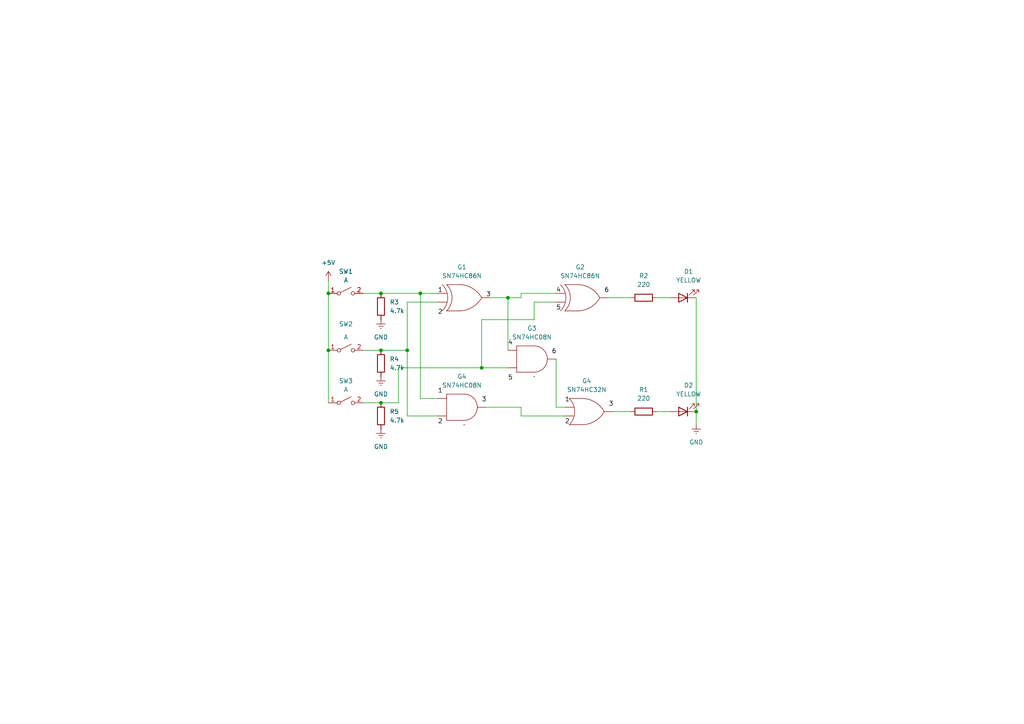
<source format=kicad_sch>
(kicad_sch (version 20231120) (generator "eeschema") (generator_version "8.0")
  (paper "A4")
  (lib_symbols
    (symbol "AND_gate_1"
      (property "Reference" "G" (at 0.508 -2.54 0))
      (property "Value" "SN74HC08N" (at 1.016 5.842 0))
      (symbol "AND_gate_1_0_1"
        (polyline (pts (xy -3.81 3.81) (xy 1.27 3.81)))
        (polyline (pts (xy -3.81 3.81) (xy -3.81 -3.81) (xy 1.27 -3.81)))
        (circle (center 1.27 -5.08) (radius 0.0001))
        (arc (start 1.27 -3.81) (mid 5.08 0) (end 1.27 3.81))
      )
      (symbol "AND_gate_1_1_1"
        (pin input line (at -6.35 -2.54 0) (length 2.54) (name "") (number ""))
        (pin input line (at -6.35 2.54 0) (length 2.54) (name "") (number ""))
        (pin output line (at 7.62 0 180) (length 2.54) (name "") (number ""))
      )
    )
    (symbol "Device:LED" (pin_numbers hide) (pin_names (offset 1.016) hide)
      (property "Reference" "D" (at 0 2.54 0))
      (property "Value" "LED" (at 0 -2.54 0))
      (symbol "LED_0_1"
        (polyline (pts (xy -1.27 -1.27) (xy -1.27 1.27)) (stroke (width 0.254)))
        (polyline (pts (xy -1.27 0) (xy 1.27 0)))
        (polyline (pts (xy 1.27 -1.27) (xy 1.27 1.27) (xy -1.27 0) (xy 1.27 -1.27)) (stroke (width 0.254)))
        (polyline (pts (xy -3.048 -0.762) (xy -4.572 -2.286) (xy -3.81 -2.286) (xy -4.572 -2.286) (xy -4.572 -1.524)))
        (polyline (pts (xy -1.778 -0.762) (xy -3.302 -2.286) (xy -2.54 -2.286) (xy -3.302 -2.286) (xy -3.302 -1.524)))
      )
      (symbol "LED_1_1"
        (pin passive line (at -3.81 0 0) (length 2.54) (name "K") (number "1"))
        (pin passive line (at 3.81 0 180) (length 2.54) (name "A") (number "2"))
      )
    )
    (symbol "Device:R" (pin_numbers hide) (pin_names (offset 0))
      (property "Reference" "R" (at 2.032 0 90))
      (property "Value" "R" (at 0 0 90))
      (symbol "R_0_1"
        (rectangle (start -1.016 -2.54) (end 1.016 2.54) (stroke (width 0.254)))
      )
      (symbol "R_1_1"
        (pin passive line (at 0 3.81 270) (length 1.27) (name "~") (number "1"))
        (pin passive line (at 0 -3.81 90) (length 1.27) (name "~") (number "2"))
      )
    )
    (symbol "OR_gate_1"
      (property "Reference" "G" (at 0.254 -2.54 0))
      (property "Value" "SN74HC32N" (at 0.508 5.842 0))
      (symbol "OR_gate_1_0_1"
        (arc (start -3.81 -3.81) (mid -2.2318 0) (end -3.81 3.81))
        (arc (start 0 -3.81) (mid 3.677 -2.7417) (end 6.35 0))
        (polyline (pts (xy -3.81 -3.81) (xy 0 -3.81)))
        (polyline (pts (xy -3.81 3.81) (xy 0 3.81)))
        (arc (start 6.35 0) (mid 3.6771 2.7418) (end 0 3.81))
      )
      (symbol "OR_gate_1_1_1"
        (pin input line (at -5.08 -1.27 0) (length 2.54) (name "") (number ""))
        (pin input line (at -5.08 1.27 0) (length 2.54) (name "") (number ""))
        (pin output line (at 8.89 0 180) (length 2.54) (name "") (number ""))
      )
    )
    (symbol "Switch:SW_SPST" (pin_names (offset 0) hide)
      (property "Reference" "SW" (at 0 3.175 0))
      (property "Value" "SW_SPST" (at 0 -2.54 0))
      (symbol "SW_SPST_0_0"
        (circle (center -2.032 0) (radius 0.508))
        (polyline (pts (xy -1.524 0.254) (xy 1.524 1.778)))
        (circle (center 2.032 0) (radius 0.508))
      )
      (symbol "SW_SPST_1_1"
        (pin passive line (at -5.08 0 0) (length 2.54) (name "A") (number "1"))
        (pin passive line (at 5.08 0 180) (length 2.54) (name "B") (number "2"))
      )
    )
    (symbol "XOR_gate_1"
      (property "Reference" "G" (at 0 -2.54 0))
      (property "Value" "SN74HC86N" (at 0.762 6.858 0))
      (symbol "XOR_gate_1_0_1"
        (arc (start -5.0802 -3.81) (mid -3.502 0) (end -5.0802 3.81))
        (arc (start -3.81 -3.81) (mid -2.2318 0) (end -3.81 3.81))
        (arc (start 0 -3.81) (mid 3.677 -2.7417) (end 6.35 0))
        (polyline (pts (xy -3.81 -3.81) (xy 0 -3.81)))
        (polyline (pts (xy -3.81 3.81) (xy 0 3.81)))
        (arc (start 6.35 0) (mid 3.6771 2.7418) (end 0 3.81))
      )
      (symbol "XOR_gate_1_1_1"
        (pin input line (at -6.35 -1.27 0) (length 2.54) (name "") (number ""))
        (pin input line (at -6.35 1.27 0) (length 2.54) (name "") (number ""))
        (pin output line (at 8.89 0 180) (length 2.54) (name "") (number ""))
      )
    )
    (symbol "power:+5V" (power) (pin_numbers hide) (pin_names (offset 0) hide)
      (property "Value" "+5V" (at 0 3.556 0))
      (symbol "+5V_0_1"
        (polyline (pts (xy -0.762 1.27) (xy 0 2.54)))
        (polyline (pts (xy 0 0) (xy 0 2.54)))
        (polyline (pts (xy 0 2.54) (xy 0.762 1.27)))
      )
      (symbol "+5V_1_1"
        (pin power_in line (at 0 0 90) (length 0) (name "~") (number "1"))
      )
    )
    (symbol "power:Earth" (power) (pin_numbers hide) (pin_names (offset 0) hide)
      (property "Value" "Earth" (at 0 -3.81 0))
      (symbol "Earth_0_1"
        (polyline (pts (xy -0.635 -1.905) (xy 0.635 -1.905)))
        (polyline (pts (xy -0.127 -2.54) (xy 0.127 -2.54)))
        (polyline (pts (xy 0 -1.27) (xy 0 0)))
        (polyline (pts (xy 1.27 -1.27) (xy -1.27 -1.27)))
      )
      (symbol "Earth_1_1"
        (pin power_in line (at 0 0 270) (length 0) (name "~") (number "1"))
      )
    )
  )
  (junction (at 147.32 86.36))
  (junction (at 139.7 106.68))
  (junction (at 95.25 85.09))
  (junction (at 118.11 101.6))
  (junction (at 201.93 119.38))
  (junction (at 110.49 85.09))
  (junction (at 110.49 116.84))
  (junction (at 95.25 101.6))
  (junction (at 110.49 101.6))
  (junction (at 121.92 85.09))
  (wire (pts (xy 95.25 85.09) (xy 95.25 101.6)))
  (wire (pts (xy 118.11 101.6) (xy 118.11 87.63)))
  (wire (pts (xy 105.41 116.84) (xy 110.49 116.84)))
  (wire (pts (xy 105.41 101.6) (xy 110.49 101.6)))
  (wire (pts (xy 161.29 104.14) (xy 161.29 118.11)))
  (wire (pts (xy 154.94 92.71) (xy 154.94 87.63)))
  (wire (pts (xy 110.49 116.84) (xy 115.57 116.84)))
  (wire (pts (xy 154.94 87.63) (xy 161.29 87.63)))
  (wire (pts (xy 115.57 106.68) (xy 139.7 106.68)))
  (wire (pts (xy 110.49 101.6) (xy 118.11 101.6)))
  (wire (pts (xy 139.7 92.71) (xy 154.94 92.71)))
  (wire (pts (xy 121.92 85.09) (xy 121.92 115.57)))
  (wire (pts (xy 142.24 86.36) (xy 147.32 86.36)))
  (wire (pts (xy 151.13 118.11) (xy 151.13 120.65)))
  (wire (pts (xy 151.13 86.36) (xy 151.13 85.09)))
  (wire (pts (xy 95.25 81.28) (xy 95.25 85.09)))
  (wire (pts (xy 190.5 86.36) (xy 194.31 86.36)))
  (wire (pts (xy 115.57 116.84) (xy 115.57 106.68)))
  (wire (pts (xy 121.92 115.57) (xy 127 115.57)))
  (wire (pts (xy 118.11 101.6) (xy 118.11 120.65)))
  (wire (pts (xy 201.93 86.36) (xy 201.93 119.38)))
  (wire (pts (xy 140.97 118.11) (xy 151.13 118.11)))
  (wire (pts (xy 176.53 86.36) (xy 182.88 86.36)))
  (wire (pts (xy 161.29 118.11) (xy 163.83 118.11)))
  (wire (pts (xy 118.11 120.65) (xy 127 120.65)))
  (wire (pts (xy 95.25 101.6) (xy 95.25 116.84)))
  (wire (pts (xy 121.92 85.09) (xy 127 85.09)))
  (wire (pts (xy 105.41 85.09) (xy 110.49 85.09)))
  (wire (pts (xy 139.7 106.68) (xy 139.7 92.71)))
  (wire (pts (xy 118.11 87.63) (xy 127 87.63)))
  (wire (pts (xy 177.8 119.38) (xy 182.88 119.38)))
  (wire (pts (xy 151.13 85.09) (xy 161.29 85.09)))
  (wire (pts (xy 190.5 119.38) (xy 194.31 119.38)))
  (wire (pts (xy 201.93 119.38) (xy 201.93 123.19)))
  (wire (pts (xy 139.7 106.68) (xy 147.32 106.68)))
  (wire (pts (xy 147.32 86.36) (xy 147.32 101.6)))
  (wire (pts (xy 147.32 86.36) (xy 151.13 86.36)))
  (wire (pts (xy 110.49 85.09) (xy 121.92 85.09)))
  (wire (pts (xy 151.13 120.65) (xy 163.83 120.65)))
  (label "2" (at 127 91.44 0))
  (label "3" (at 139.7 116.84 0))
  (label "4" (at 161.29 85.09 0))
  (label "5" (at 147.32 110.49 0))
  (label "1" (at 127 85.09 0))
  (label "4" (at 147.32 100.33 0))
  (label "5" (at 161.29 90.17 0))
  (label "6" (at 160.02 102.87 0))
  (label "1" (at 163.83 116.84 0))
  (label "3" (at 176.53 118.11 0))
  (label "3" (at 140.97 86.36 0))
  (label "2" (at 163.83 123.19 0))
  (label "2" (at 127 123.19 0))
  (label "6" (at 175.26 85.09 0))
  (label "1" (at 127 114.3 0))
  (symbol (lib_name "OR_gate_1") (lib_id "MDSD symbols:OR_gate") (at 168.91 119.38 0) (unit 1)
    (property "Reference" "G4" (at 170.18 110.49 0))
    (property "Value" "SN74HC32N" (at 170.18 113.03 0))
  )
  (symbol (lib_id "power:+5V") (at 95.25 81.28 0) (unit 1)
    (property "Reference" "#PWR06" (effects (hide yes)))
    (property "Value" "+5V" (at 95.25 76.2 0))
    (property "Description" "Power symbol creates a global label with name \"+5V\"" (effects (hide yes)))
  )
  (symbol (lib_id "Switch:SW_SPST") (at 100.33 101.6 0) (unit 1)
    (property "Reference" "SW2" (at 100.33 93.98 0))
    (property "Value" "A" (at 100.33 97.79 0))
    (property "Description" "Single Pole Single Throw (SPST) switch" (effects (hide yes)))
  )
  (symbol (lib_id "Device:R") (at 186.69 119.38 90) (unit 1)
    (property "Reference" "R1" (at 186.69 113.03 90))
    (property "Value" "220" (at 186.69 115.57 90))
    (property "Description" "Resistor" (effects (hide yes)))
  )
  (symbol (lib_id "power:Earth") (at 201.93 123.19 0) (unit 1)
    (property "Reference" "#PWR04" (effects (hide yes)))
    (property "Value" "GND" (at 201.93 128.27 0))
    (property "Description" "Power symbol creates a global label with name \"Earth\"" (effects (hide yes)))
  )
  (symbol (lib_id "Device:R") (at 110.49 120.65 180) (unit 1)
    (property "Reference" "R5" (at 113.03 119.3799 0) (effects (justify right)))
    (property "Value" "4.7k" (at 113.03 121.9199 0) (effects (justify right)))
    (property "Description" "Resistor" (effects (hide yes)))
  )
  (symbol (lib_id "Device:R") (at 110.49 105.41 180) (unit 1)
    (property "Reference" "R4" (at 113.03 104.1399 0) (effects (justify right)))
    (property "Value" "4.7k" (at 113.03 106.6799 0) (effects (justify right)))
    (property "Description" "Resistor" (effects (hide yes)))
  )
  (symbol (lib_id "Device:LED") (at 198.12 86.36 180) (unit 1)
    (property "Reference" "D1" (at 199.7075 78.74 0))
    (property "Value" "YELLOW" (at 199.7075 81.28 0))
    (property "Description" "Light emitting diode" (effects (hide yes)))
  )
  (symbol (lib_id "Device:R") (at 186.69 86.36 90) (unit 1)
    (property "Reference" "R2" (at 186.69 80.01 90))
    (property "Value" "220" (at 186.69 82.55 90))
    (property "Description" "Resistor" (effects (hide yes)))
  )
  (symbol (lib_id "power:Earth") (at 110.49 92.71 0) (unit 1)
    (property "Reference" "#PWR01" (effects (hide yes)))
    (property "Value" "GND" (at 110.49 97.79 0))
    (property "Description" "Power symbol creates a global label with name \"Earth\"" (effects (hide yes)))
  )
  (symbol (lib_name "XOR_gate_1") (lib_id "MDSD symbols:XOR_gate") (at 133.35 86.36 0) (unit 1)
    (property "Reference" "G1" (at 133.9849 77.47 0))
    (property "Value" "SN74HC86N" (at 133.9849 80.01 0))
  )
  (symbol (lib_id "Switch:SW_SPST") (at 100.33 116.84 0) (unit 1)
    (property "Reference" "SW3" (at 100.33 110.49 0))
    (property "Value" "A" (at 100.33 113.03 0))
    (property "Description" "Single Pole Single Throw (SPST) switch" (effects (hide yes)))
  )
  (symbol (lib_name "XOR_gate_1") (lib_id "MDSD symbols:XOR_gate") (at 167.64 86.36 0) (unit 1)
    (property "Reference" "G2" (at 168.2749 77.47 0))
    (property "Value" "SN74HC86N" (at 168.2749 80.01 0))
  )
  (symbol (lib_id "Device:R") (at 110.49 88.9 180) (unit 1)
    (property "Reference" "R3" (at 113.03 87.6299 0) (effects (justify right)))
    (property "Value" "4.7k" (at 113.03 90.1699 0) (effects (justify right)))
    (property "Description" "Resistor" (effects (hide yes)))
  )
  (symbol (lib_id "Device:LED") (at 198.12 119.38 180) (unit 1)
    (property "Reference" "D2" (at 199.7075 111.76 0))
    (property "Value" "YELLOW" (at 199.7075 114.3 0))
    (property "Description" "Light emitting diode" (effects (hide yes)))
  )
  (symbol (lib_name "AND_gate_1") (lib_id "MDSD symbols:AND_gate") (at 153.67 104.14 0) (unit 1)
    (property "Reference" "G3" (at 154.305 95.25 0))
    (property "Value" "SN74HC08N" (at 154.305 97.79 0))
  )
  (symbol (lib_id "power:Earth") (at 110.49 124.46 0) (unit 1)
    (property "Reference" "#PWR03" (effects (hide yes)))
    (property "Value" "GND" (at 110.49 129.54 0))
    (property "Description" "Power symbol creates a global label with name \"Earth\"" (effects (hide yes)))
  )
  (symbol (lib_name "AND_gate_1") (lib_id "MDSD symbols:AND_gate") (at 133.35 118.11 0) (unit 1)
    (property "Reference" "G4" (at 133.985 109.22 0))
    (property "Value" "SN74HC08N" (at 133.985 111.76 0))
  )
  (symbol (lib_id "Switch:SW_SPST") (at 100.33 85.09 0) (unit 1)
    (property "Reference" "SW1" (at 100.33 78.74 0))
    (property "Value" "A" (at 100.33 81.28 0))
    (property "Description" "Single Pole Single Throw (SPST) switch" (effects (hide yes)))
  )
  (symbol (lib_id "power:Earth") (at 110.49 109.22 0) (unit 1)
    (property "Reference" "#PWR02" (effects (hide yes)))
    (property "Value" "GND" (at 110.49 114.3 0))
    (property "Description" "Power symbol creates a global label with name \"Earth\"" (effects (hide yes)))
  )
)
</source>
